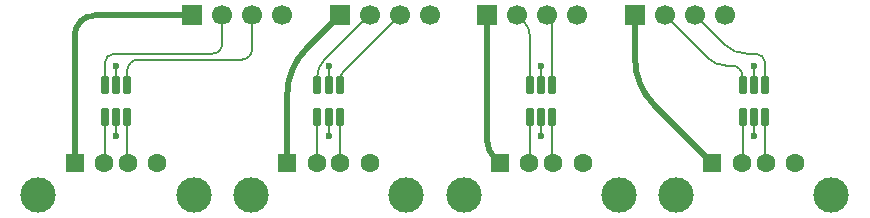
<source format=gbr>
%TF.GenerationSoftware,KiCad,Pcbnew,7.0.11-7.0.11~ubuntu22.04.1*%
%TF.CreationDate,2024-11-05T12:08:31+02:00*%
%TF.ProjectId,USB_Magic_Hub_Interface,5553425f-4d61-4676-9963-5f4875625f49,rev?*%
%TF.SameCoordinates,PX1036640PYe4e1c0*%
%TF.FileFunction,Copper,L1,Top*%
%TF.FilePolarity,Positive*%
%FSLAX46Y46*%
G04 Gerber Fmt 4.6, Leading zero omitted, Abs format (unit mm)*
G04 Created by KiCad (PCBNEW 7.0.11-7.0.11~ubuntu22.04.1) date 2024-11-05 12:08:31*
%MOMM*%
%LPD*%
G01*
G04 APERTURE LIST*
G04 Aperture macros list*
%AMRoundRect*
0 Rectangle with rounded corners*
0 $1 Rounding radius*
0 $2 $3 $4 $5 $6 $7 $8 $9 X,Y pos of 4 corners*
0 Add a 4 corners polygon primitive as box body*
4,1,4,$2,$3,$4,$5,$6,$7,$8,$9,$2,$3,0*
0 Add four circle primitives for the rounded corners*
1,1,$1+$1,$2,$3*
1,1,$1+$1,$4,$5*
1,1,$1+$1,$6,$7*
1,1,$1+$1,$8,$9*
0 Add four rect primitives between the rounded corners*
20,1,$1+$1,$2,$3,$4,$5,0*
20,1,$1+$1,$4,$5,$6,$7,0*
20,1,$1+$1,$6,$7,$8,$9,0*
20,1,$1+$1,$8,$9,$2,$3,0*%
G04 Aperture macros list end*
%TA.AperFunction,SMDPad,CuDef*%
%ADD10RoundRect,0.162500X-0.162500X0.617500X-0.162500X-0.617500X0.162500X-0.617500X0.162500X0.617500X0*%
%TD*%
%TA.AperFunction,ComponentPad*%
%ADD11R,1.600000X1.600000*%
%TD*%
%TA.AperFunction,ComponentPad*%
%ADD12C,1.600000*%
%TD*%
%TA.AperFunction,ComponentPad*%
%ADD13C,3.000000*%
%TD*%
%TA.AperFunction,ComponentPad*%
%ADD14R,1.700000X1.700000*%
%TD*%
%TA.AperFunction,ComponentPad*%
%ADD15C,1.700000*%
%TD*%
%TA.AperFunction,ViaPad*%
%ADD16C,0.600000*%
%TD*%
%TA.AperFunction,Conductor*%
%ADD17C,0.200000*%
%TD*%
%TA.AperFunction,Conductor*%
%ADD18C,0.500000*%
%TD*%
G04 APERTURE END LIST*
D10*
%TO.P,U3,1,I/O1*%
%TO.N,/H3_D+*%
X39950000Y-17650000D03*
%TO.P,U3,2,GND*%
%TO.N,/GND*%
X39000000Y-17650000D03*
%TO.P,U3,3,I/O2*%
%TO.N,/H3_D-*%
X38050000Y-17650000D03*
%TO.P,U3,4,I/O2*%
%TO.N,/U3_D-*%
X38050000Y-20350000D03*
%TO.P,U3,5,VBUS*%
%TO.N,/V3*%
X39000000Y-20350000D03*
%TO.P,U3,6,I/O1*%
%TO.N,/U3_D+*%
X39950000Y-20350000D03*
%TD*%
%TO.P,U1,1,I/O1*%
%TO.N,/H1_D+*%
X75950000Y-17650000D03*
%TO.P,U1,2,GND*%
%TO.N,/GND*%
X75000000Y-17650000D03*
%TO.P,U1,3,I/O2*%
%TO.N,/H1_D-*%
X74050000Y-17650000D03*
%TO.P,U1,4,I/O2*%
%TO.N,/U1_D-*%
X74050000Y-20350000D03*
%TO.P,U1,5,VBUS*%
%TO.N,/V1*%
X75000000Y-20350000D03*
%TO.P,U1,6,I/O1*%
%TO.N,/U1_D+*%
X75950000Y-20350000D03*
%TD*%
%TO.P,U4,1,I/O1*%
%TO.N,/H4_D+*%
X21950000Y-17650000D03*
%TO.P,U4,2,GND*%
%TO.N,/GND*%
X21000000Y-17650000D03*
%TO.P,U4,3,I/O2*%
%TO.N,/H4_D-*%
X20050000Y-17650000D03*
%TO.P,U4,4,I/O2*%
%TO.N,/U4_D-*%
X20050000Y-20350000D03*
%TO.P,U4,5,VBUS*%
%TO.N,/V4*%
X21000000Y-20350000D03*
%TO.P,U4,6,I/O1*%
%TO.N,/U4_D+*%
X21950000Y-20350000D03*
%TD*%
D11*
%TO.P,J3,1,VBUS*%
%TO.N,/V3*%
X35500000Y-24260000D03*
D12*
%TO.P,J3,2,D-*%
%TO.N,/U3_D-*%
X38000000Y-24260000D03*
%TO.P,J3,3,D+*%
%TO.N,/U3_D+*%
X40000000Y-24260000D03*
%TO.P,J3,4,GND*%
%TO.N,/GND*%
X42500000Y-24260000D03*
D13*
%TO.P,J3,5,Shield*%
X32430000Y-26970000D03*
X45570000Y-26970000D03*
%TD*%
D14*
%TO.P,U5,1,4V*%
%TO.N,/V4*%
X27450000Y-11750000D03*
D15*
%TO.P,U5,2,4D-*%
%TO.N,/H4_D-*%
X29990000Y-11750000D03*
%TO.P,U5,3,4D+*%
%TO.N,/H4_D+*%
X32530000Y-11750000D03*
%TO.P,U5,4,4G*%
%TO.N,/GND*%
X35070000Y-11750000D03*
D14*
%TO.P,U5,5,3V*%
%TO.N,/V3*%
X39950000Y-11750000D03*
D15*
%TO.P,U5,6,3D-*%
%TO.N,/H3_D-*%
X42490000Y-11750000D03*
%TO.P,U5,7,3D+*%
%TO.N,/H3_D+*%
X45030000Y-11750000D03*
%TO.P,U5,8,3G*%
%TO.N,/GND*%
X47570000Y-11750000D03*
D14*
%TO.P,U5,9,2V*%
%TO.N,/V2*%
X52450000Y-11750000D03*
D15*
%TO.P,U5,10,2D-*%
%TO.N,/H2_D-*%
X54990000Y-11750000D03*
%TO.P,U5,11,2D+*%
%TO.N,/H2_D+*%
X57530000Y-11750000D03*
%TO.P,U5,12,2G*%
%TO.N,/GND*%
X60070000Y-11750000D03*
D14*
%TO.P,U5,13,1V*%
%TO.N,/V1*%
X64950000Y-11750000D03*
D15*
%TO.P,U5,14,1D-*%
%TO.N,/H1_D-*%
X67490000Y-11750000D03*
%TO.P,U5,15,1D+*%
%TO.N,/H1_D+*%
X70030000Y-11750000D03*
%TO.P,U5,16,1G*%
%TO.N,/GND*%
X72570000Y-11750000D03*
%TD*%
D11*
%TO.P,J1,1,VBUS*%
%TO.N,/V1*%
X71500000Y-24260000D03*
D12*
%TO.P,J1,2,D-*%
%TO.N,/U1_D-*%
X74000000Y-24260000D03*
%TO.P,J1,3,D+*%
%TO.N,/U1_D+*%
X76000000Y-24260000D03*
%TO.P,J1,4,GND*%
%TO.N,/GND*%
X78500000Y-24260000D03*
D13*
%TO.P,J1,5,Shield*%
X68430000Y-26970000D03*
X81570000Y-26970000D03*
%TD*%
D11*
%TO.P,J2,1,VBUS*%
%TO.N,/V2*%
X53500000Y-24260000D03*
D12*
%TO.P,J2,2,D-*%
%TO.N,/U2_D-*%
X56000000Y-24260000D03*
%TO.P,J2,3,D+*%
%TO.N,/U2_D+*%
X58000000Y-24260000D03*
%TO.P,J2,4,GND*%
%TO.N,/GND*%
X60500000Y-24260000D03*
D13*
%TO.P,J2,5,Shield*%
X50430000Y-26970000D03*
X63570000Y-26970000D03*
%TD*%
D10*
%TO.P,U2,1,I/O1*%
%TO.N,/H2_D+*%
X57950000Y-17650000D03*
%TO.P,U2,2,GND*%
%TO.N,/GND*%
X57000000Y-17650000D03*
%TO.P,U2,3,I/O2*%
%TO.N,/H2_D-*%
X56050000Y-17650000D03*
%TO.P,U2,4,I/O2*%
%TO.N,/U2_D-*%
X56050000Y-20350000D03*
%TO.P,U2,5,VBUS*%
%TO.N,/V2*%
X57000000Y-20350000D03*
%TO.P,U2,6,I/O1*%
%TO.N,/U2_D+*%
X57950000Y-20350000D03*
%TD*%
D11*
%TO.P,J4,1,VBUS*%
%TO.N,/V4*%
X17500000Y-24260000D03*
D12*
%TO.P,J4,2,D-*%
%TO.N,/U4_D-*%
X20000000Y-24260000D03*
%TO.P,J4,3,D+*%
%TO.N,/U4_D+*%
X22000000Y-24260000D03*
%TO.P,J4,4,GND*%
%TO.N,/GND*%
X24500000Y-24260000D03*
D13*
%TO.P,J4,5,Shield*%
X14430000Y-26970000D03*
X27570000Y-26970000D03*
%TD*%
D16*
%TO.N,/GND*%
X75000000Y-16000000D03*
X21000000Y-16000000D03*
X39000000Y-16000000D03*
X57000000Y-16000000D03*
%TO.N,/V1*%
X75000000Y-22000000D03*
%TO.N,/V2*%
X57000000Y-22000000D03*
%TO.N,/V3*%
X39000000Y-22000000D03*
%TO.N,/V4*%
X21000000Y-22000000D03*
%TD*%
D17*
%TO.N,/H4_D-*%
X29153517Y-15000007D02*
G75*
G03*
X29745000Y-14755000I-17J836507D01*
G01*
X20275001Y-15225001D02*
G75*
G03*
X20050000Y-15768198I543199J-543199D01*
G01*
X29744995Y-14754995D02*
G75*
G03*
X29990000Y-14163517I-591495J591495D01*
G01*
X20818198Y-15000000D02*
G75*
G03*
X20275001Y-15225001I2J-768200D01*
G01*
%TO.N,/H4_D+*%
X22224997Y-15774997D02*
G75*
G03*
X21950000Y-16438908I663903J-663903D01*
G01*
X31625233Y-15500013D02*
G75*
G03*
X32264999Y-15234999I-33J904813D01*
G01*
X32264990Y-15234990D02*
G75*
G03*
X32530000Y-14595233I-639790J639790D01*
G01*
X22888908Y-15500004D02*
G75*
G03*
X22225000Y-15775000I-8J-938896D01*
G01*
%TO.N,/H3_D-*%
X42445735Y-11750035D02*
G75*
G03*
X42370171Y-11781299I-35J-106865D01*
G01*
X38597478Y-15553974D02*
G75*
G03*
X38050000Y-16875735I1321722J-1321726D01*
G01*
%TO.N,/H3_D+*%
X40239919Y-16540092D02*
G75*
G03*
X39950000Y-17240000I699881J-699908D01*
G01*
%TO.N,/H2_D-*%
X56049986Y-13559533D02*
G75*
G03*
X55520000Y-12280000I-1809486J33D01*
G01*
%TO.N,/H2_D+*%
X57950006Y-12466984D02*
G75*
G03*
X57740000Y-11960000I-717006J-16D01*
G01*
%TO.N,/H1_D-*%
X73775003Y-16274997D02*
G75*
G03*
X73111091Y-16000000I-663903J-663903D01*
G01*
X74049996Y-16938908D02*
G75*
G03*
X73775000Y-16275000I-938896J8D01*
G01*
X71117748Y-15377744D02*
G75*
G03*
X72620000Y-16000000I1502252J1502244D01*
G01*
%TO.N,/H1_D+*%
X75950000Y-15768198D02*
G75*
G03*
X75724999Y-15225001I-768200J-2D01*
G01*
X72495106Y-14215116D02*
G75*
G03*
X74390000Y-15000000I1894894J1894916D01*
G01*
X75724999Y-15225001D02*
G75*
G03*
X75181801Y-15000000I-543199J-543199D01*
G01*
%TO.N,/U4_D+*%
X21949982Y-24174644D02*
G75*
G03*
X21975000Y-24235000I85418J44D01*
G01*
%TO.N,/U4_D-*%
X20024987Y-24234987D02*
G75*
G03*
X20050000Y-24174644I-60387J60387D01*
G01*
D18*
%TO.N,/V4*%
X17999998Y-12249998D02*
G75*
G03*
X17500000Y-13457106I1207102J-1207102D01*
G01*
X19207106Y-11750003D02*
G75*
G03*
X18000000Y-12250000I-6J-1707097D01*
G01*
D17*
%TO.N,/U3_D+*%
X39949982Y-24174644D02*
G75*
G03*
X39975000Y-24235000I85418J44D01*
G01*
%TO.N,/U3_D-*%
X38024987Y-24234987D02*
G75*
G03*
X38050000Y-24174644I-60387J60387D01*
G01*
D18*
%TO.N,/V3*%
X37093821Y-14606236D02*
G75*
G03*
X35500000Y-18453963I3847679J-3847764D01*
G01*
D17*
%TO.N,/U2_D+*%
X57949982Y-24174644D02*
G75*
G03*
X57975000Y-24235000I85418J44D01*
G01*
%TO.N,/U2_D-*%
X56024987Y-24234987D02*
G75*
G03*
X56050000Y-24174644I-60387J60387D01*
G01*
D18*
%TO.N,/V2*%
X52449985Y-22467537D02*
G75*
G03*
X52975000Y-23735000I1792515J37D01*
G01*
D17*
%TO.N,/U1_D+*%
X75949982Y-24174644D02*
G75*
G03*
X75975000Y-24235000I85418J44D01*
G01*
%TO.N,/U1_D-*%
X74024987Y-24234987D02*
G75*
G03*
X74050000Y-24174644I-60387J60387D01*
G01*
D18*
%TO.N,/V1*%
X64949990Y-15456036D02*
G75*
G03*
X66543793Y-19303791I5441610J36D01*
G01*
D17*
%TO.N,/GND*%
X39000000Y-16000000D02*
X39000000Y-17650000D01*
X75000000Y-16000000D02*
X75000000Y-17650000D01*
X21000000Y-16000000D02*
X21000000Y-17650000D01*
X57000000Y-16000000D02*
X57000000Y-17650000D01*
D18*
%TO.N,/V1*%
X64950000Y-15456036D02*
X64950000Y-11750000D01*
D17*
X75000000Y-22000000D02*
X75000000Y-20350000D01*
D18*
X66543792Y-19303792D02*
X71500000Y-24260000D01*
D17*
%TO.N,/U1_D-*%
X74025000Y-24235000D02*
X74000000Y-24260000D01*
X74050000Y-24174644D02*
X74050000Y-20350000D01*
%TO.N,/U1_D+*%
X75950000Y-24174644D02*
X75950000Y-20350000D01*
X75975000Y-24235000D02*
X76000000Y-24260000D01*
D18*
%TO.N,/V2*%
X52975000Y-23735000D02*
X53500000Y-24260000D01*
X52450000Y-22467537D02*
X52450000Y-11750000D01*
D17*
X57000000Y-22000000D02*
X57000000Y-20350000D01*
%TO.N,/U2_D-*%
X56050000Y-24174644D02*
X56050000Y-20350000D01*
X56025000Y-24235000D02*
X56000000Y-24260000D01*
%TO.N,/U2_D+*%
X57950000Y-24174644D02*
X57950000Y-20350000D01*
X57975000Y-24235000D02*
X58000000Y-24260000D01*
%TO.N,/V3*%
X39000000Y-22000000D02*
X39000000Y-20350000D01*
D18*
X35500000Y-18453963D02*
X35500000Y-24260000D01*
X37093792Y-14606207D02*
X39950000Y-11750000D01*
D17*
%TO.N,/U3_D-*%
X38025000Y-24235000D02*
X38000000Y-24260000D01*
X38050000Y-24174644D02*
X38050000Y-20350000D01*
%TO.N,/U3_D+*%
X39950000Y-24174644D02*
X39950000Y-20350000D01*
X39975000Y-24235000D02*
X40000000Y-24260000D01*
D18*
%TO.N,/V4*%
X17500000Y-13457106D02*
X17500000Y-24260000D01*
D17*
X21000000Y-22000000D02*
X21000000Y-20350000D01*
D18*
X19207106Y-11750000D02*
X27450000Y-11750000D01*
D17*
%TO.N,/U4_D-*%
X20025000Y-24235000D02*
X20000000Y-24260000D01*
X20050000Y-24174644D02*
X20050000Y-20350000D01*
%TO.N,/U4_D+*%
X21950000Y-24174644D02*
X21950000Y-20350000D01*
X21975000Y-24235000D02*
X22000000Y-24260000D01*
%TO.N,/H1_D+*%
X72495111Y-14215111D02*
X70030000Y-11750000D01*
X74390000Y-15000000D02*
X75181801Y-15000000D01*
X75950000Y-15768198D02*
X75950000Y-17650000D01*
%TO.N,/H1_D-*%
X73111091Y-16000000D02*
X72620000Y-16000000D01*
X74050000Y-16938908D02*
X74050000Y-17650000D01*
X71117746Y-15377746D02*
X67490000Y-11750000D01*
%TO.N,/H2_D+*%
X57740000Y-11960000D02*
X57530000Y-11750000D01*
X57950000Y-12466984D02*
X57950000Y-17650000D01*
%TO.N,/H2_D-*%
X56050000Y-13559533D02*
X56050000Y-17650000D01*
X55520000Y-12280000D02*
X54990000Y-11750000D01*
%TO.N,/H3_D+*%
X40239913Y-16540086D02*
X45030000Y-11750000D01*
X39950000Y-17240000D02*
X39950000Y-17650000D01*
%TO.N,/H3_D-*%
X42445735Y-11750000D02*
X42490000Y-11750000D01*
X42370171Y-11781299D02*
X38597487Y-15553983D01*
X38050000Y-16875735D02*
X38050000Y-17650000D01*
%TO.N,/H4_D+*%
X21950000Y-16438908D02*
X21950000Y-17650000D01*
X32530000Y-14595233D02*
X32530000Y-11750000D01*
X31625233Y-15500000D02*
X22888908Y-15500000D01*
%TO.N,/H4_D-*%
X20050000Y-15768198D02*
X20050000Y-17650000D01*
X29153517Y-15000000D02*
X20818198Y-15000000D01*
X29990000Y-14163517D02*
X29990000Y-11750000D01*
%TD*%
M02*

</source>
